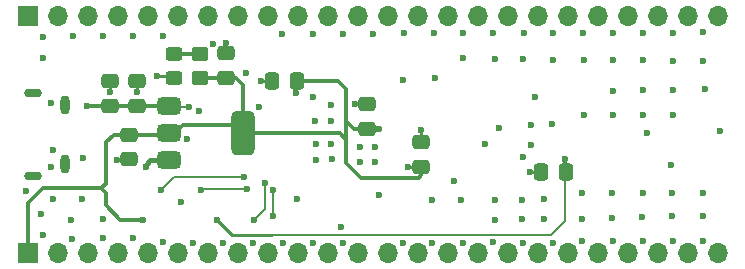
<source format=gbr>
%TF.GenerationSoftware,KiCad,Pcbnew,8.0.5*%
%TF.CreationDate,2024-12-22T00:31:45-07:00*%
%TF.ProjectId,2024_11_STM32F303_DaisyShape_v1_3,32303234-5f31-4315-9f53-544d33324633,rev?*%
%TF.SameCoordinates,Original*%
%TF.FileFunction,Copper,L4,Bot*%
%TF.FilePolarity,Positive*%
%FSLAX46Y46*%
G04 Gerber Fmt 4.6, Leading zero omitted, Abs format (unit mm)*
G04 Created by KiCad (PCBNEW 8.0.5) date 2024-12-22 00:31:45*
%MOMM*%
%LPD*%
G01*
G04 APERTURE LIST*
G04 Aperture macros list*
%AMRoundRect*
0 Rectangle with rounded corners*
0 $1 Rounding radius*
0 $2 $3 $4 $5 $6 $7 $8 $9 X,Y pos of 4 corners*
0 Add a 4 corners polygon primitive as box body*
4,1,4,$2,$3,$4,$5,$6,$7,$8,$9,$2,$3,0*
0 Add four circle primitives for the rounded corners*
1,1,$1+$1,$2,$3*
1,1,$1+$1,$4,$5*
1,1,$1+$1,$6,$7*
1,1,$1+$1,$8,$9*
0 Add four rect primitives between the rounded corners*
20,1,$1+$1,$2,$3,$4,$5,0*
20,1,$1+$1,$4,$5,$6,$7,0*
20,1,$1+$1,$6,$7,$8,$9,0*
20,1,$1+$1,$8,$9,$2,$3,0*%
G04 Aperture macros list end*
%TA.AperFunction,ComponentPad*%
%ADD10O,0.800000X1.600000*%
%TD*%
%TA.AperFunction,ComponentPad*%
%ADD11O,1.500000X0.750000*%
%TD*%
%TA.AperFunction,ComponentPad*%
%ADD12R,1.700000X1.700000*%
%TD*%
%TA.AperFunction,ComponentPad*%
%ADD13O,1.700000X1.700000*%
%TD*%
%TA.AperFunction,SMDPad,CuDef*%
%ADD14RoundRect,0.250000X-0.475000X0.337500X-0.475000X-0.337500X0.475000X-0.337500X0.475000X0.337500X0*%
%TD*%
%TA.AperFunction,SMDPad,CuDef*%
%ADD15RoundRect,0.250000X0.475000X-0.337500X0.475000X0.337500X-0.475000X0.337500X-0.475000X-0.337500X0*%
%TD*%
%TA.AperFunction,SMDPad,CuDef*%
%ADD16RoundRect,0.250000X0.337500X0.475000X-0.337500X0.475000X-0.337500X-0.475000X0.337500X-0.475000X0*%
%TD*%
%TA.AperFunction,SMDPad,CuDef*%
%ADD17RoundRect,0.250000X-0.450000X0.350000X-0.450000X-0.350000X0.450000X-0.350000X0.450000X0.350000X0*%
%TD*%
%TA.AperFunction,SMDPad,CuDef*%
%ADD18RoundRect,0.250000X0.450000X-0.325000X0.450000X0.325000X-0.450000X0.325000X-0.450000X-0.325000X0*%
%TD*%
%TA.AperFunction,SMDPad,CuDef*%
%ADD19RoundRect,0.375000X-0.625000X-0.375000X0.625000X-0.375000X0.625000X0.375000X-0.625000X0.375000X0*%
%TD*%
%TA.AperFunction,SMDPad,CuDef*%
%ADD20RoundRect,0.500000X-0.500000X-1.400000X0.500000X-1.400000X0.500000X1.400000X-0.500000X1.400000X0*%
%TD*%
%TA.AperFunction,ViaPad*%
%ADD21C,0.600000*%
%TD*%
%TA.AperFunction,Conductor*%
%ADD22C,0.200000*%
%TD*%
%TA.AperFunction,Conductor*%
%ADD23C,0.254000*%
%TD*%
%TA.AperFunction,Conductor*%
%ADD24C,0.381000*%
%TD*%
%TA.AperFunction,Conductor*%
%ADD25C,0.152400*%
%TD*%
%TA.AperFunction,Conductor*%
%ADD26C,0.304800*%
%TD*%
%TA.AperFunction,Conductor*%
%ADD27C,0.203200*%
%TD*%
G04 APERTURE END LIST*
D10*
%TO.P,J1,S1,SHIELD*%
%TO.N,unconnected-(J1-SHIELD-PadS1)*%
X109850000Y-51000000D03*
%TO.P,J1,S2,SHIELD__1*%
%TO.N,unconnected-(J1-SHIELD__1-PadS2)*%
X109850000Y-56000000D03*
D11*
%TO.P,J1,S3,SHIELD__2*%
%TO.N,unconnected-(J1-SHIELD__2-PadS3)*%
X107150000Y-49975000D03*
%TO.P,J1,S6,SHIELD__5*%
%TO.N,unconnected-(J1-SHIELD__5-PadS6)*%
X107150000Y-57025000D03*
%TD*%
D12*
%TO.P,J4,1,Pin_1*%
%TO.N,+3.3V*%
X106675000Y-63495000D03*
D13*
%TO.P,J4,2,Pin_2*%
X109215000Y-63495000D03*
%TO.P,J4,3,Pin_3*%
X111755000Y-63495000D03*
%TO.P,J4,4,Pin_4*%
%TO.N,unconnected-(J4-Pin_4-Pad4)*%
X114295000Y-63495000D03*
%TO.P,J4,5,Pin_5*%
%TO.N,unconnected-(J4-Pin_5-Pad5)*%
X116835000Y-63495000D03*
%TO.P,J4,6,Pin_6*%
%TO.N,unconnected-(J4-Pin_6-Pad6)*%
X119375000Y-63495000D03*
%TO.P,J4,7,Pin_7*%
%TO.N,unconnected-(J4-Pin_7-Pad7)*%
X121915000Y-63495000D03*
%TO.P,J4,8,Pin_8*%
%TO.N,/PA11*%
X124455000Y-63495000D03*
%TO.P,J4,9,Pin_9*%
%TO.N,/PA12*%
X126995000Y-63495000D03*
%TO.P,J4,10,Pin_10*%
%TO.N,/PA15*%
X129535000Y-63495000D03*
%TO.P,J4,11,Pin_11*%
%TO.N,/PB3*%
X132075000Y-63495000D03*
%TO.P,J4,12,Pin_12*%
%TO.N,GND*%
X134615000Y-63495000D03*
%TO.P,J4,13,Pin_13*%
%TO.N,/PB4*%
X137155000Y-63495000D03*
%TO.P,J4,14,Pin_14*%
%TO.N,/PB5*%
X139695000Y-63495000D03*
%TO.P,J4,15,Pin_15*%
%TO.N,/PB6*%
X142235000Y-63495000D03*
%TO.P,J4,16,Pin_16*%
%TO.N,/PB7*%
X144775000Y-63495000D03*
%TO.P,J4,17,Pin_17*%
%TO.N,unconnected-(J4-Pin_17-Pad17)*%
X147315000Y-63495000D03*
%TO.P,J4,18,Pin_18*%
%TO.N,unconnected-(J4-Pin_18-Pad18)*%
X149855000Y-63495000D03*
%TO.P,J4,19,Pin_19*%
%TO.N,unconnected-(J4-Pin_19-Pad19)*%
X152395000Y-63495000D03*
%TO.P,J4,20,Pin_20*%
%TO.N,unconnected-(J4-Pin_20-Pad20)*%
X154935000Y-63495000D03*
%TO.P,J4,21,Pin_21*%
%TO.N,unconnected-(J4-Pin_21-Pad21)*%
X157475000Y-63495000D03*
%TO.P,J4,22,Pin_22*%
%TO.N,GND*%
X160015000Y-63495000D03*
%TO.P,J4,23,Pin_23*%
X162555000Y-63495000D03*
%TO.P,J4,24,Pin_24*%
X165095000Y-63495000D03*
%TD*%
D12*
%TO.P,J5,1,Pin_1*%
%TO.N,+5V*%
X106675000Y-43495000D03*
D13*
%TO.P,J5,2,Pin_2*%
X109215000Y-43495000D03*
%TO.P,J5,3,Pin_3*%
X111755000Y-43495000D03*
%TO.P,J5,4,Pin_4*%
%TO.N,unconnected-(J5-Pin_4-Pad4)*%
X114295000Y-43495000D03*
%TO.P,J5,5,Pin_5*%
%TO.N,unconnected-(J5-Pin_5-Pad5)*%
X116835000Y-43495000D03*
%TO.P,J5,6,Pin_6*%
%TO.N,unconnected-(J5-Pin_6-Pad6)*%
X119375000Y-43495000D03*
%TO.P,J5,7,Pin_7*%
%TO.N,unconnected-(J5-Pin_7-Pad7)*%
X121915000Y-43495000D03*
%TO.P,J5,8,Pin_8*%
%TO.N,/PB1*%
X124455000Y-43495000D03*
%TO.P,J5,9,Pin_9*%
%TO.N,/PB0*%
X126995000Y-43495000D03*
%TO.P,J5,10,Pin_10*%
%TO.N,/PA7*%
X129535000Y-43495000D03*
%TO.P,J5,11,Pin_11*%
%TO.N,/PA6*%
X132075000Y-43495000D03*
%TO.P,J5,12,Pin_12*%
%TO.N,GND*%
X134615000Y-43495000D03*
%TO.P,J5,13,Pin_13*%
%TO.N,/PA5*%
X137155000Y-43495000D03*
%TO.P,J5,14,Pin_14*%
%TO.N,/PA4*%
X139695000Y-43495000D03*
%TO.P,J5,15,Pin_15*%
%TO.N,/PA3*%
X142235000Y-43495000D03*
%TO.P,J5,16,Pin_16*%
%TO.N,/PA2*%
X144775000Y-43495000D03*
%TO.P,J5,17,Pin_17*%
%TO.N,/PA1*%
X147315000Y-43495000D03*
%TO.P,J5,18,Pin_18*%
%TO.N,unconnected-(J5-Pin_18-Pad18)*%
X149855000Y-43495000D03*
%TO.P,J5,19,Pin_19*%
%TO.N,unconnected-(J5-Pin_19-Pad19)*%
X152395000Y-43495000D03*
%TO.P,J5,20,Pin_20*%
%TO.N,unconnected-(J5-Pin_20-Pad20)*%
X154935000Y-43495000D03*
%TO.P,J5,21,Pin_21*%
%TO.N,unconnected-(J5-Pin_21-Pad21)*%
X157475000Y-43495000D03*
%TO.P,J5,22,Pin_22*%
%TO.N,GND*%
X160015000Y-43495000D03*
%TO.P,J5,23,Pin_23*%
X162555000Y-43495000D03*
%TO.P,J5,24,Pin_24*%
X165095000Y-43495000D03*
%TD*%
D14*
%TO.P,C18,1*%
%TO.N,+3.3V*%
X115230000Y-53525000D03*
%TO.P,C18,2*%
%TO.N,GND*%
X115230000Y-55600000D03*
%TD*%
D15*
%TO.P,C17,1*%
%TO.N,+3.3V*%
X123475000Y-48712500D03*
%TO.P,C17,2*%
%TO.N,GND*%
X123475000Y-46637500D03*
%TD*%
D16*
%TO.P,C5,1*%
%TO.N,+3.3V*%
X129437500Y-48950000D03*
%TO.P,C5,2*%
%TO.N,GND*%
X127362500Y-48950000D03*
%TD*%
%TO.P,C21,1*%
%TO.N,/RESET*%
X152212500Y-56650000D03*
%TO.P,C21,2*%
%TO.N,GND*%
X150137500Y-56650000D03*
%TD*%
D17*
%TO.P,R5,1*%
%TO.N,Net-(D3-A)*%
X121275000Y-46725000D03*
%TO.P,R5,2*%
%TO.N,+3.3V*%
X121275000Y-48725000D03*
%TD*%
D15*
%TO.P,C15,1*%
%TO.N,+5V*%
X115900000Y-51062500D03*
%TO.P,C15,2*%
%TO.N,GND*%
X115900000Y-48987500D03*
%TD*%
%TO.P,C6,1*%
%TO.N,+3.3V*%
X135375000Y-53012500D03*
%TO.P,C6,2*%
%TO.N,GND*%
X135375000Y-50937500D03*
%TD*%
D18*
%TO.P,D3,1,K*%
%TO.N,GND*%
X119075000Y-48700000D03*
%TO.P,D3,2,A*%
%TO.N,Net-(D3-A)*%
X119075000Y-46650000D03*
%TD*%
D15*
%TO.P,C4,1*%
%TO.N,+3.3V*%
X139970000Y-56225000D03*
%TO.P,C4,2*%
%TO.N,GND*%
X139970000Y-54150000D03*
%TD*%
D19*
%TO.P,U4,1,GND*%
%TO.N,GND*%
X118625000Y-55687500D03*
%TO.P,U4,2,VO*%
%TO.N,+3.3V*%
X118625000Y-53387500D03*
D20*
X124925000Y-53387500D03*
D19*
%TO.P,U4,3,VI*%
%TO.N,+5V*%
X118625000Y-51087500D03*
%TD*%
D15*
%TO.P,C16,1*%
%TO.N,+5V*%
X113600000Y-51062500D03*
%TO.P,C16,2*%
%TO.N,GND*%
X113600000Y-48987500D03*
%TD*%
D21*
%TO.N,GND*%
X108640000Y-56225000D03*
X153625000Y-62550000D03*
X136390000Y-58665000D03*
X161310000Y-51815000D03*
X146230000Y-60745000D03*
X108000000Y-47000000D03*
X123190000Y-62645000D03*
X118100000Y-62600000D03*
X113025000Y-62225000D03*
X130790000Y-62645000D03*
X132380000Y-54305000D03*
X146230000Y-47075000D03*
X121150000Y-51535000D03*
X143525000Y-44925000D03*
X114190000Y-55625000D03*
X156200000Y-44900000D03*
X161300000Y-44900000D03*
X110375000Y-60700000D03*
X158790000Y-58435000D03*
X108825000Y-58925000D03*
X143520000Y-47035000D03*
X117610000Y-48555000D03*
X130790000Y-50305000D03*
X139950000Y-53145000D03*
X141050000Y-44925000D03*
X108000000Y-45225000D03*
X145350000Y-54265000D03*
X148650000Y-44925000D03*
X163880000Y-60375000D03*
X120190000Y-53905000D03*
X163825000Y-44825000D03*
X138475000Y-48850000D03*
X163820000Y-58485000D03*
X156170000Y-58465000D03*
X130800000Y-44950000D03*
X111300000Y-58925000D03*
X110525000Y-45200000D03*
X134340000Y-50937500D03*
X161325000Y-47275000D03*
X158750000Y-62550000D03*
X115550000Y-62250000D03*
X119640000Y-59185000D03*
X133200000Y-61315000D03*
X149280000Y-52715000D03*
X148625000Y-47125000D03*
X108000000Y-61975000D03*
X136070000Y-55835000D03*
X156220000Y-51865000D03*
X151150000Y-47175000D03*
X142730000Y-57445000D03*
X138420000Y-62715000D03*
X153750000Y-47175000D03*
X148530000Y-59015000D03*
X153730000Y-51835000D03*
X136100000Y-54565000D03*
X148550000Y-60685000D03*
X153600000Y-60625000D03*
X161240000Y-60385000D03*
X125730000Y-62665000D03*
X156225000Y-62525000D03*
X106525000Y-58325000D03*
X150360000Y-58935000D03*
X126460000Y-48945000D03*
X107825000Y-60250000D03*
X149280000Y-54395000D03*
X149230000Y-56655000D03*
X148600000Y-62645000D03*
X135925000Y-44950000D03*
X158725000Y-49775000D03*
X116680000Y-56245000D03*
X125130000Y-48265000D03*
X148590000Y-55385000D03*
X108625000Y-50825000D03*
X115550000Y-45150000D03*
X143390000Y-59065000D03*
X158690000Y-60495000D03*
X132330000Y-51005000D03*
X126280000Y-51165000D03*
X150400000Y-60665000D03*
X153600000Y-58485000D03*
X156225000Y-47225000D03*
X146550000Y-52955000D03*
X151120000Y-62665000D03*
X141120000Y-48755000D03*
X164000000Y-49675000D03*
X113050000Y-60650000D03*
X132350000Y-52395000D03*
X140920000Y-62645000D03*
X111325000Y-55450000D03*
X118100000Y-45125000D03*
X128225000Y-44975000D03*
X156200000Y-49825000D03*
X153675000Y-44900000D03*
X146100000Y-44900000D03*
X131080000Y-55655000D03*
X165300000Y-53175000D03*
X128280000Y-62725000D03*
X120650000Y-62675000D03*
X143490000Y-62665000D03*
X161190000Y-58485000D03*
X146020000Y-62615000D03*
X131050000Y-54325000D03*
X138525000Y-44925000D03*
X140860000Y-59065000D03*
X151090000Y-52605000D03*
X161150000Y-56075000D03*
X115950000Y-49885000D03*
X133350000Y-44950000D03*
X113025000Y-45125000D03*
X123480000Y-45715000D03*
X108830000Y-54815000D03*
X122390000Y-45865000D03*
X151125000Y-44900000D03*
X158775000Y-47225000D03*
X159080000Y-53405000D03*
X133340000Y-62715000D03*
X156150000Y-60535000D03*
X134770000Y-54585000D03*
X146230000Y-59085000D03*
X163875000Y-47300000D03*
X132410000Y-55605000D03*
X161275000Y-49750000D03*
X163850000Y-62525000D03*
X134830000Y-55815000D03*
X110400000Y-62325000D03*
X158770000Y-51855000D03*
X113620000Y-49885000D03*
X129500000Y-59000000D03*
X158775000Y-44875000D03*
X149660000Y-50305000D03*
X130990000Y-52395000D03*
X161300000Y-62525000D03*
%TO.N,/RESET*%
X122700000Y-60725000D03*
X152150000Y-55575000D03*
%TO.N,+3.3V*%
X136450000Y-53050000D03*
X116425000Y-60725000D03*
X138850000Y-56225000D03*
X129425000Y-50025000D03*
%TO.N,/FTDI_RX*%
X117925000Y-58225000D03*
X124975000Y-57125000D03*
%TO.N,/PA11*%
X126725000Y-57600000D03*
X125800000Y-60750000D03*
%TO.N,+5V*%
X120290000Y-51135000D03*
X111725000Y-51075000D03*
%TO.N,/FTDI_TX*%
X125225000Y-58100000D03*
X121325000Y-58200000D03*
%TO.N,/PA12*%
X127400000Y-58200000D03*
X127400000Y-60400000D03*
%TD*%
D22*
%TO.N,GND*%
X135375000Y-50937500D02*
X134340000Y-50937500D01*
D23*
X114190000Y-55625000D02*
X115205000Y-55625000D01*
X115900000Y-49835000D02*
X115950000Y-49885000D01*
X113600000Y-48987500D02*
X113600000Y-49865000D01*
X115205000Y-55625000D02*
X115230000Y-55600000D01*
D24*
X116680000Y-56245000D02*
X116680000Y-56055000D01*
D23*
X123475000Y-46637500D02*
X123475000Y-45720000D01*
X149235000Y-56650000D02*
X149230000Y-56655000D01*
X139950000Y-53145000D02*
X139950000Y-54130000D01*
X117610000Y-48555000D02*
X118930000Y-48555000D01*
X126465000Y-48950000D02*
X126460000Y-48945000D01*
X113600000Y-49865000D02*
X113620000Y-49885000D01*
X127362500Y-48950000D02*
X126465000Y-48950000D01*
X123475000Y-45720000D02*
X123480000Y-45715000D01*
D24*
X117047500Y-55687500D02*
X118625000Y-55687500D01*
D23*
X118930000Y-48555000D02*
X119075000Y-48700000D01*
X115900000Y-48987500D02*
X115900000Y-49835000D01*
X150137500Y-56650000D02*
X149235000Y-56650000D01*
D24*
X116680000Y-56055000D02*
X117047500Y-55687500D01*
D23*
X139950000Y-54130000D02*
X139970000Y-54150000D01*
%TO.N,/RESET*%
X123950000Y-61975000D02*
X127350000Y-61975000D01*
D25*
X152175000Y-60800000D02*
X151000000Y-61975000D01*
X152175000Y-56687500D02*
X152175000Y-60800000D01*
X152212500Y-56650000D02*
X152175000Y-56687500D01*
D23*
X122700000Y-60725000D02*
X123950000Y-61975000D01*
D25*
X151000000Y-61975000D02*
X127350000Y-61975000D01*
D26*
X152150000Y-56587500D02*
X152212500Y-56650000D01*
X152150000Y-55575000D02*
X152150000Y-56587500D01*
%TO.N,+3.3V*%
X112895000Y-58050000D02*
X113270000Y-58425000D01*
X107950000Y-58050000D02*
X112895000Y-58050000D01*
X124925000Y-53387500D02*
X133087500Y-53387500D01*
X134312500Y-53012500D02*
X135375000Y-53012500D01*
D23*
X136450000Y-53050000D02*
X135412500Y-53050000D01*
D26*
X124192500Y-52655000D02*
X124925000Y-53387500D01*
X107950000Y-58050000D02*
X106675000Y-59325000D01*
X133087500Y-53387500D02*
X133650000Y-53950000D01*
X106675000Y-59325000D02*
X106675000Y-63495000D01*
X133650000Y-49650000D02*
X132950000Y-48950000D01*
X134887500Y-57162500D02*
X139772500Y-57162500D01*
X118487500Y-53525000D02*
X118625000Y-53387500D01*
X119790000Y-52655000D02*
X124192500Y-52655000D01*
X114510000Y-60725000D02*
X116425000Y-60725000D01*
X121275000Y-48725000D02*
X123462500Y-48725000D01*
X124312500Y-48712500D02*
X124925000Y-49325000D01*
D23*
X135412500Y-53050000D02*
X135375000Y-53012500D01*
D26*
X139970000Y-56965000D02*
X139970000Y-56225000D01*
X118625000Y-53387500D02*
X119057500Y-53387500D01*
X132950000Y-48950000D02*
X129437500Y-48950000D01*
X133650000Y-55925000D02*
X134887500Y-57162500D01*
X133650000Y-52025000D02*
X133650000Y-49650000D01*
X133650000Y-53950000D02*
X133650000Y-55925000D01*
D23*
X139970000Y-56225000D02*
X138850000Y-56225000D01*
D26*
X133650000Y-53950000D02*
X133650000Y-52025000D01*
D23*
X129425000Y-50025000D02*
X129425000Y-48962500D01*
D26*
X113280000Y-57665000D02*
X113280000Y-54165000D01*
X113270000Y-58425000D02*
X113270000Y-59485000D01*
X123462500Y-48725000D02*
X123475000Y-48712500D01*
X115230000Y-53525000D02*
X118487500Y-53525000D01*
X115217500Y-53512500D02*
X115230000Y-53525000D01*
X124925000Y-49325000D02*
X124925000Y-53387500D01*
X113280000Y-54165000D02*
X113932500Y-53512500D01*
D23*
X129425000Y-48962500D02*
X129437500Y-48950000D01*
D26*
X123475000Y-48712500D02*
X124312500Y-48712500D01*
X133650000Y-52025000D02*
X133650000Y-52350000D01*
X133650000Y-52350000D02*
X134312500Y-53012500D01*
X113932500Y-53512500D02*
X115217500Y-53512500D01*
X113270000Y-59485000D02*
X114510000Y-60725000D01*
X119057500Y-53387500D02*
X119790000Y-52655000D01*
X139772500Y-57162500D02*
X139970000Y-56965000D01*
X112895000Y-58050000D02*
X113280000Y-57665000D01*
D25*
%TO.N,/FTDI_RX*%
X117925000Y-58225000D02*
X119025000Y-57125000D01*
X119025000Y-57125000D02*
X124975000Y-57125000D01*
%TO.N,/PA11*%
X126725000Y-59825000D02*
X125800000Y-60750000D01*
X126725000Y-57600000D02*
X126725000Y-59825000D01*
D27*
%TO.N,+5V*%
X120290000Y-51135000D02*
X118672500Y-51135000D01*
D26*
X113600000Y-51062500D02*
X115900000Y-51062500D01*
X111725000Y-51075000D02*
X111737500Y-51062500D01*
X115925000Y-51087500D02*
X115900000Y-51062500D01*
X118625000Y-51087500D02*
X115925000Y-51087500D01*
D27*
X118672500Y-51135000D02*
X118625000Y-51087500D01*
D26*
X111737500Y-51062500D02*
X113600000Y-51062500D01*
%TO.N,Net-(D3-A)*%
X119075000Y-46650000D02*
X121200000Y-46650000D01*
X121200000Y-46650000D02*
X121275000Y-46725000D01*
D25*
%TO.N,/FTDI_TX*%
X125225000Y-58100000D02*
X121425000Y-58100000D01*
X121425000Y-58100000D02*
X121325000Y-58200000D01*
%TO.N,/PA12*%
X127400000Y-58200000D02*
X127400000Y-60400000D01*
%TD*%
M02*

</source>
